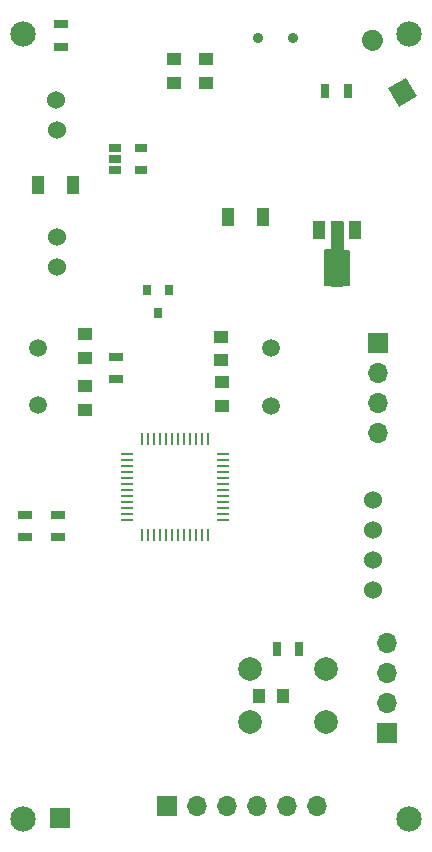
<source format=gbs>
G04 #@! TF.GenerationSoftware,KiCad,Pcbnew,5.1.6-c6e7f7d~87~ubuntu18.04.1*
G04 #@! TF.CreationDate,2020-11-02T00:43:46+05:30*
G04 #@! TF.ProjectId,Sensor_pcb_v3,53656e73-6f72-45f7-9063-625f76332e6b,rev?*
G04 #@! TF.SameCoordinates,Original*
G04 #@! TF.FileFunction,Soldermask,Bot*
G04 #@! TF.FilePolarity,Negative*
%FSLAX46Y46*%
G04 Gerber Fmt 4.6, Leading zero omitted, Abs format (unit mm)*
G04 Created by KiCad (PCBNEW 5.1.6-c6e7f7d~87~ubuntu18.04.1) date 2020-11-02 00:43:46*
%MOMM*%
%LPD*%
G01*
G04 APERTURE LIST*
%ADD10C,2.150000*%
%ADD11R,0.800000X0.900000*%
%ADD12R,1.000000X1.500000*%
%ADD13C,0.100000*%
%ADD14R,1.700000X1.700000*%
%ADD15O,1.700000X1.700000*%
%ADD16C,1.524000*%
%ADD17R,1.000000X0.230000*%
%ADD18R,0.230000X1.000000*%
%ADD19C,0.900000*%
%ADD20R,1.300000X0.700000*%
%ADD21R,1.000000X1.600000*%
%ADD22R,1.000000X1.250000*%
%ADD23R,1.250000X1.000000*%
%ADD24R,0.700000X1.300000*%
%ADD25R,1.060000X0.650000*%
%ADD26C,1.500000*%
%ADD27C,2.000000*%
G04 APERTURE END LIST*
D10*
X58158000Y-87795100D03*
X25446400Y-87795100D03*
X25440640Y-21361400D03*
X58158000Y-21361400D03*
D11*
X36888400Y-44975000D03*
X37838400Y-42975000D03*
X35938400Y-42975000D03*
D12*
X50529400Y-37943700D03*
X53529400Y-37943700D03*
D13*
G36*
X51558949Y-37184620D02*
G01*
X51565211Y-37186266D01*
X51587513Y-37193700D01*
X52539400Y-37193700D01*
X52549155Y-37194661D01*
X52558534Y-37197506D01*
X52567179Y-37202127D01*
X52574755Y-37208345D01*
X52580973Y-37215921D01*
X52585594Y-37224566D01*
X52588439Y-37233945D01*
X52589400Y-37243700D01*
X52589400Y-39633700D01*
X53039400Y-39633700D01*
X53049155Y-39634661D01*
X53058534Y-39637506D01*
X53067179Y-39642127D01*
X53074755Y-39648345D01*
X53080973Y-39655921D01*
X53085594Y-39664566D01*
X53088439Y-39673945D01*
X53089400Y-39683531D01*
X53099400Y-42633531D01*
X53098472Y-42643288D01*
X53095659Y-42652677D01*
X53091067Y-42661337D01*
X53084875Y-42668935D01*
X53077319Y-42675179D01*
X53068691Y-42679829D01*
X53059321Y-42682706D01*
X53049400Y-42683700D01*
X52539400Y-42683700D01*
X52539400Y-42723700D01*
X51539400Y-42723700D01*
X51539400Y-42683700D01*
X50989400Y-42683700D01*
X50979645Y-42682739D01*
X50970266Y-42679894D01*
X50961621Y-42675273D01*
X50954045Y-42669055D01*
X50947827Y-42661479D01*
X50943206Y-42652834D01*
X50940361Y-42643455D01*
X50939400Y-42633700D01*
X50939400Y-39623700D01*
X50940361Y-39613945D01*
X50943206Y-39604566D01*
X50947827Y-39595921D01*
X50954045Y-39588345D01*
X50961621Y-39582127D01*
X50970266Y-39577506D01*
X50979645Y-39574661D01*
X50989400Y-39573700D01*
X51509190Y-39573700D01*
X51499400Y-37233909D01*
X51500320Y-37224151D01*
X51503126Y-37214759D01*
X51507711Y-37206096D01*
X51513897Y-37198493D01*
X51521448Y-37192243D01*
X51530073Y-37187586D01*
X51539440Y-37184702D01*
X51549191Y-37183700D01*
X51558949Y-37184620D01*
G37*
D14*
X37655500Y-86700400D03*
D15*
X40195500Y-86700400D03*
X42735500Y-86700400D03*
X45275500Y-86700400D03*
X47815500Y-86700400D03*
X50355500Y-86700400D03*
D16*
X28298400Y-41092500D03*
X28288400Y-38552500D03*
D17*
X42362100Y-57421800D03*
D18*
X41092100Y-63771800D03*
X40584100Y-63771800D03*
X40076100Y-63771800D03*
X39568100Y-63771800D03*
X39060100Y-63771800D03*
X38552100Y-63771800D03*
X38044100Y-63771800D03*
X37536100Y-63771800D03*
X37028100Y-63771800D03*
X36520100Y-63771800D03*
X36012100Y-63771800D03*
X35504100Y-63771800D03*
D17*
X34234100Y-62501800D03*
X34234100Y-61993800D03*
X34234100Y-60977800D03*
X34234100Y-60469800D03*
X34234100Y-59961800D03*
X34234100Y-59453800D03*
X34234100Y-58945800D03*
X34234100Y-58437800D03*
X34234100Y-57929800D03*
X34234100Y-57421800D03*
X34234100Y-56913800D03*
D18*
X36012100Y-55643800D03*
X36520100Y-55643800D03*
X37028100Y-55643800D03*
X37536100Y-55643800D03*
X38044100Y-55643800D03*
X38552100Y-55643800D03*
X39060100Y-55643800D03*
X39568100Y-55643800D03*
X40076100Y-55643800D03*
X40584100Y-55643800D03*
X41092100Y-55643800D03*
D17*
X42362100Y-56913800D03*
X42362100Y-57929800D03*
X42362100Y-58437800D03*
X42362100Y-58945800D03*
X42362100Y-59453800D03*
X42362100Y-59961800D03*
X42362100Y-60469800D03*
X42362100Y-60977800D03*
X42362100Y-61485800D03*
X42362100Y-61993800D03*
X42362100Y-62501800D03*
D18*
X35504100Y-55643800D03*
D17*
X34234100Y-61485800D03*
D19*
X45322400Y-21633200D03*
X48322400Y-21633200D03*
D20*
X28427700Y-63919100D03*
X28427700Y-62019100D03*
X25641300Y-62031800D03*
X25641300Y-63931800D03*
D14*
X56235600Y-80518000D03*
D15*
X56235600Y-77978000D03*
X56235600Y-75438000D03*
X56235600Y-72898000D03*
D16*
X28283100Y-29464300D03*
X28273100Y-26924300D03*
D21*
X29673700Y-34097000D03*
X26673700Y-34097000D03*
D14*
X28562300Y-87688420D03*
X55473600Y-47475100D03*
D15*
X55473600Y-50015100D03*
X55473600Y-52555100D03*
X55473600Y-55095100D03*
D22*
X47443900Y-77355700D03*
X45443900Y-77355700D03*
D23*
X42227500Y-48947600D03*
X42227500Y-46947600D03*
X42296100Y-50805800D03*
X42296100Y-52805800D03*
X30723800Y-46752000D03*
X30723800Y-48752000D03*
X30678100Y-51158900D03*
X30678100Y-53158900D03*
X38257500Y-25447500D03*
X38257500Y-23447500D03*
X40914300Y-25469600D03*
X40914300Y-23469600D03*
D24*
X46921400Y-73418700D03*
X48821400Y-73418700D03*
D20*
X33340000Y-50548600D03*
X33340000Y-48648600D03*
X28638500Y-20490100D03*
X28638500Y-22390100D03*
D24*
X52948900Y-26159500D03*
X51048900Y-26159500D03*
G36*
G01*
X55474000Y-22638514D02*
X55474000Y-22638514D01*
G75*
G02*
X54244577Y-22309091I-450000J779423D01*
G01*
X54244577Y-22309091D01*
G75*
G02*
X54574000Y-21079668I779423J450000D01*
G01*
X54574000Y-21079668D01*
G75*
G02*
X55803423Y-21409091I450000J-779423D01*
G01*
X55803423Y-21409091D01*
G75*
G02*
X55474000Y-22638514I-779423J-450000D01*
G01*
G37*
D13*
G36*
X58793423Y-26587923D02*
G01*
X57234577Y-27487923D01*
X56334577Y-25929077D01*
X57893423Y-25029077D01*
X58793423Y-26587923D01*
G37*
D25*
X33271300Y-32860000D03*
X33271300Y-31910000D03*
X33271300Y-30960000D03*
X35471300Y-30960000D03*
X35471300Y-32860000D03*
D16*
X55107500Y-60744100D03*
X55107500Y-63284100D03*
X55107500Y-65824100D03*
X55107500Y-68364100D03*
D26*
X46454100Y-52830100D03*
X46454100Y-47950100D03*
X26746200Y-47896800D03*
X26746200Y-52776800D03*
D27*
X44620000Y-79618800D03*
X44620000Y-75118800D03*
X51120000Y-79618800D03*
X51120000Y-75118800D03*
D21*
X42795100Y-36814800D03*
X45795100Y-36814800D03*
M02*

</source>
